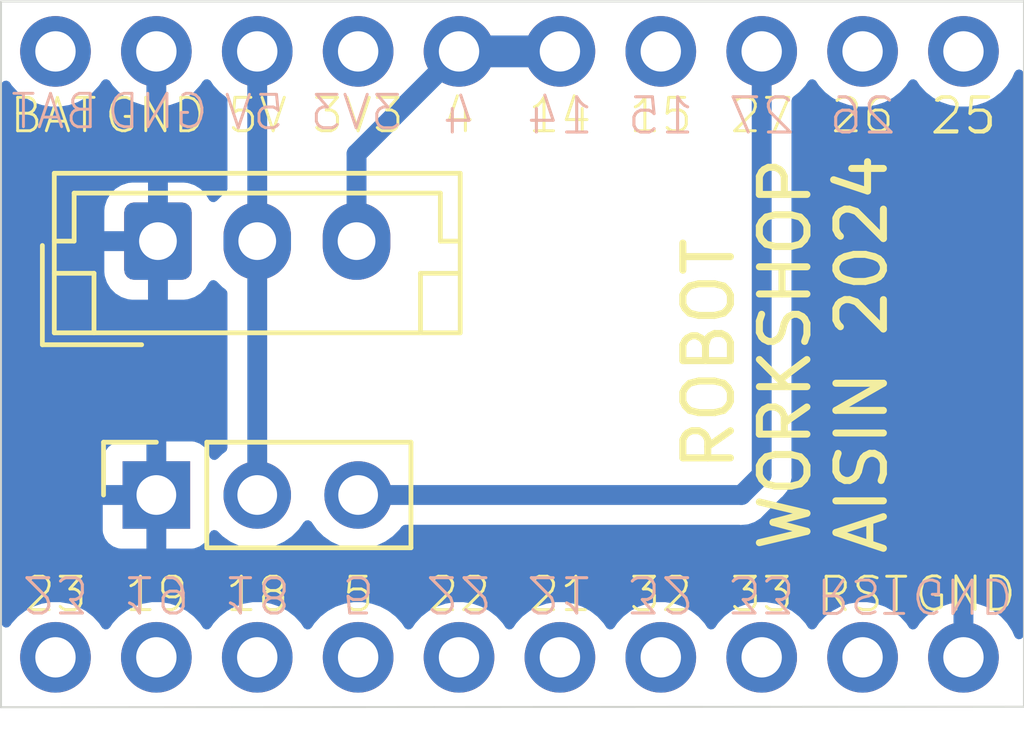
<source format=kicad_pcb>
(kicad_pcb (version 20221018) (generator pcbnew)
  (layers (0 "F.Cu" signal) (31 "B.Cu" signal) (34 "B.Paste" user) (35 "F.Paste" user) (36 "B.SilkS" user "B.Silkscreen") (37 "F.SilkS" user "F.Silkscreen") (38 "B.Mask" user) (39 "F.Mask" user) (44 "Edge.Cuts" user))
  (net 0 "")
  (net 1 "/GND")
  (net 2 "/GPIO14")
  (net 3 "/GPIO27")
  (net 4 "/USB")
  (net 5 "/3.3V")
  (net 6 "/GPIO15")
  (net 7 "/GPIO26")
  (net 8 "/GPIO25")
  (net 9 "/GPIO23")
  (net 10 "/GPIO19")
  (net 11 "/GPIO18")
  (net 12 "/GPIO5")
  (net 13 "/GPIO22")
  (net 14 "/GPIO21")
  (net 15 "/GPIO32")
  (net 16 "/GPIO33")
  (net 17 "/RESET")
  (footprint "Connector_PinSocket_2.54mm:PinSocket_1x03_P2.54mm_Vertical" (layer "F.Cu") (at 93.98 79.756 90)
    (fp_text reference "J2" hide)
    (fp_text value "Conn_01x03_Pin")
    (fp_line (start -1.33 1.27) (end -1.33 6.41) (stroke (width 0.12)) (layer "F.SilkS"))
    (fp_line (start -1.33 1.27) (end 1.33 1.27) (stroke (width 0.12)) (layer "F.SilkS"))
    (fp_line (start -1.33 6.41) (end 1.33 6.41) (stroke (width 0.12)) (layer "F.SilkS"))
    (fp_line (start 0 -1.33) (end 1.33 -1.33) (stroke (width 0.12)) (layer "F.SilkS"))
    (fp_line (start 1.33 -1.33) (end 1.33 0) (stroke (width 0.12)) (layer "F.SilkS"))
    (fp_line (start 1.33 1.27) (end 1.33 6.41) (stroke (width 0.12)) (layer "F.SilkS"))
    (pad "1" thru_hole rect (at 0 0 90) (size 1.7 1.7) (drill 1) (layers "*.Cu" "*.Mask") (net 1 "/GND"))
    (pad "2" thru_hole oval (at 0 2.54 90) (size 1.7 1.7) (drill 1) (layers "*.Cu" "*.Mask") (net 4 "/USB"))
    (pad "3" thru_hole oval (at 0 5.08 90) (size 1.7 1.7) (drill 1) (layers "*.Cu" "*.Mask") (net 3 "/GPIO27"))
  )
  (footprint "1X10_NO_SILK" (layer "F.Cu") (at 91.44 83.8454)
    (fp_text reference "RIGHT0" hide)
    (fp_text value "TINYPICO_HEADER_10NO_SILK_PTH_FEMALE")
    (pad "1" thru_hole circle (at 0 0 90) (size 1.778 1.778) (drill 1.016) (layers "*.Cu" "*.Mask") (net 9 "/GPIO23"))
    (pad "2" thru_hole circle (at 2.54 0 90) (size 1.778 1.778) (drill 1.016) (layers "*.Cu" "*.Mask") (net 10 "/GPIO19"))
    (pad "3" thru_hole circle (at 5.08 0 90) (size 1.778 1.778) (drill 1.016) (layers "*.Cu" "*.Mask") (net 11 "/GPIO18"))
    (pad "4" thru_hole circle (at 7.62 0 90) (size 1.778 1.778) (drill 1.016) (layers "*.Cu" "*.Mask") (net 12 "/GPIO5"))
    (pad "5" thru_hole circle (at 10.16 0 90) (size 1.778 1.778) (drill 1.016) (layers "*.Cu" "*.Mask") (net 13 "/GPIO22"))
    (pad "6" thru_hole circle (at 12.7 0 90) (size 1.778 1.778) (drill 1.016) (layers "*.Cu" "*.Mask") (net 14 "/GPIO21"))
    (pad "7" thru_hole circle (at 15.24 0 90) (size 1.778 1.778) (drill 1.016) (layers "*.Cu" "*.Mask") (net 15 "/GPIO32"))
    (pad "8" thru_hole circle (at 17.78 0 90) (size 1.778 1.778) (drill 1.016) (layers "*.Cu" "*.Mask") (net 16 "/GPIO33"))
    (pad "9" thru_hole circle (at 20.32 0 90) (size 1.778 1.778) (drill 1.016) (layers "*.Cu" "*.Mask") (net 17 "/RESET"))
    (pad "10" thru_hole circle (at 22.86 0 90) (size 1.778 1.778) (drill 1.016) (layers "*.Cu" "*.Mask") (net 1 "/GND"))
  )
  (footprint "1X10_NO_SILK" (layer "F.Cu") (at 91.44 68.58)
    (fp_text reference "LEFT0" hide)
    (fp_text value "TINYPICO_HEADER_10NO_SILK_PTH_FEMALE")
    (pad "1" thru_hole circle (at 0 0 90) (size 1.778 1.778) (drill 1.016) (layers "*.Cu" "*.Mask"))
    (pad "2" thru_hole circle (at 2.54 0 90) (size 1.778 1.778) (drill 1.016) (layers "*.Cu" "*.Mask") (net 1 "/GND"))
    (pad "3" thru_hole circle (at 5.08 0 90) (size 1.778 1.778) (drill 1.016) (layers "*.Cu" "*.Mask") (net 4 "/USB"))
    (pad "4" thru_hole circle (at 7.62 0 90) (size 1.778 1.778) (drill 1.016) (layers "*.Cu" "*.Mask") (net 5 "/3.3V"))
    (pad "5" thru_hole circle (at 10.16 0 90) (size 1.778 1.778) (drill 1.016) (layers "*.Cu" "*.Mask") (net 2 "/GPIO14"))
    (pad "6" thru_hole circle (at 12.7 0 90) (size 1.778 1.778) (drill 1.016) (layers "*.Cu" "*.Mask") (net 2 "/GPIO14"))
    (pad "7" thru_hole circle (at 15.24 0 90) (size 1.778 1.778) (drill 1.016) (layers "*.Cu" "*.Mask") (net 6 "/GPIO15"))
    (pad "8" thru_hole circle (at 17.78 0 90) (size 1.778 1.778) (drill 1.016) (layers "*.Cu" "*.Mask") (net 3 "/GPIO27"))
    (pad "9" thru_hole circle (at 20.32 0 90) (size 1.778 1.778) (drill 1.016) (layers "*.Cu" "*.Mask") (net 7 "/GPIO26"))
    (pad "10" thru_hole circle (at 22.86 0 90) (size 1.778 1.778) (drill 1.016) (layers "*.Cu" "*.Mask") (net 8 "/GPIO25"))
  )
  (footprint "Connector_JST:JST_EH_B3B-EH-A_1x03_P2.50mm_Vertical" (layer "F.Cu") (at 94.02 73.36)
    (fp_text reference "J1" hide)
    (fp_text value "B3B-EH-ALFSN")
    (fp_line (start -2.91 0.11) (end -2.91 2.61) (stroke (width 0.12)) (layer "F.SilkS"))
    (fp_line (start -2.91 2.61) (end -0.41 2.61) (stroke (width 0.12)) (layer "F.SilkS"))
    (fp_line (start -2.61 -1.71) (end -2.61 2.31) (stroke (width 0.12)) (layer "F.SilkS"))
    (fp_line (start -2.61 0) (end -2.11 0) (stroke (width 0.12)) (layer "F.SilkS"))
    (fp_line (start -2.61 0.81) (end -1.61 0.81) (stroke (width 0.12)) (layer "F.SilkS"))
    (fp_line (start -2.61 2.31) (end 7.61 2.31) (stroke (width 0.12)) (layer "F.SilkS"))
    (fp_line (start -2.11 -1.21) (end 7.11 -1.21) (stroke (width 0.12)) (layer "F.SilkS"))
    (fp_line (start -2.11 0) (end -2.11 -1.21) (stroke (width 0.12)) (layer "F.SilkS"))
    (fp_line (start -1.61 0.81) (end -1.61 2.31) (stroke (width 0.12)) (layer "F.SilkS"))
    (fp_line (start 6.61 0.81) (end 6.61 2.31) (stroke (width 0.12)) (layer "F.SilkS"))
    (fp_line (start 7.11 -1.21) (end 7.11 0) (stroke (width 0.12)) (layer "F.SilkS"))
    (fp_line (start 7.11 0) (end 7.61 0) (stroke (width 0.12)) (layer "F.SilkS"))
    (fp_line (start 7.61 -1.71) (end -2.61 -1.71) (stroke (width 0.12)) (layer "F.SilkS"))
    (fp_line (start 7.61 0.81) (end 6.61 0.81) (stroke (width 0.12)) (layer "F.SilkS"))
    (fp_line (start 7.61 2.31) (end 7.61 -1.71) (stroke (width 0.12)) (layer "F.SilkS"))
    (pad "1" thru_hole roundrect (at 0 0) (size 1.7 1.95) (drill 0.95) (layers "*.Cu" "*.Mask") (roundrect_rratio 0.1470588235) (net 1 "/GND"))
    (pad "2" thru_hole oval (at 2.5 0) (size 1.7 1.95) (drill 0.95) (layers "*.Cu" "*.Mask") (net 4 "/USB"))
    (pad "3" thru_hole oval (at 5 0) (size 1.7 1.95) (drill 0.95) (layers "*.Cu" "*.Mask") (net 2 "/GPIO14"))
  )
  (gr_line (start 90.0684 67.3227) (end 115.824 67.3227) (stroke (width 0.05)) (layer "Edge.Cuts"))
  (gr_line (start 115.824 67.31) (end 115.824 85.09) (stroke (width 0.05)) (layer "Edge.Cuts"))
  (gr_line (start 90.0684 67.3227) (end 90.0684 85.1027) (stroke (width 0.05)) (layer "Edge.Cuts"))
  (gr_line (start 115.824 85.09) (end 90.0684 85.1027) (stroke (width 0.05)) (layer "Edge.Cuts"))
  (gr_text "18" (at 96.52 82.7659 -180) (layer "B.SilkS") (effects (font (size 0.887984 0.887984) (thickness 0.077216)) (justify top mirror)))
  (gr_text "5" (at 99.06 82.7659 -180) (layer "B.SilkS") (effects (font (size 0.887984 0.887984) (thickness 0.077216)) (justify top mirror)))
  (gr_text "3V3" (at 99.0092 70.1167) (layer "B.SilkS") (effects (font (size 0.841248 0.841248) (thickness 0.073152)) (justify mirror)))
  (gr_text "4" (at 101.6 69.6849) (layer "B.SilkS") (effects (font (size 0.887984 0.887984) (thickness 0.077216)) (justify top mirror)))
  (gr_text "26" (at 111.76 69.6849) (layer "B.SilkS") (effects (font (size 0.887984 0.887984) (thickness 0.077216)) (justify top mirror)))
  (gr_text "14" (at 104.14 69.6849) (layer "B.SilkS") (effects (font (size 0.887984 0.887984) (thickness 0.077216)) (justify top mirror)))
  (gr_text "5V" (at 96.4438 70.1167) (layer "B.SilkS") (effects (font (size 0.841248 0.841248) (thickness 0.073152)) (justify mirror)))
  (gr_text "22" (at 101.6 82.7659 -180) (layer "B.SilkS") (effects (font (size 0.887984 0.887984) (thickness 0.077216)) (justify top mirror)))
  (gr_text "27" (at 109.22 69.6849) (layer "B.SilkS") (effects (font (size 0.887984 0.887984) (thickness 0.077216)) (justify top mirror)))
  (gr_text "21" (at 104.14 82.7659 -180) (layer "B.SilkS") (effects (font (size 0.887984 0.887984) (thickness 0.077216)) (justify top mirror)))
  (gr_text "RST" (at 111.7346 82.2833 -180) (layer "B.SilkS") (effects (font (size 0.841248 0.841248) (thickness 0.073152)) (justify mirror)))
  (gr_text "15" (at 106.68 69.6849) (layer "B.SilkS") (effects (font (size 0.887984 0.887984) (thickness 0.077216)) (justify top mirror)))
  (gr_text "BAT" (at 91.4146 70.0913) (layer "B.SilkS") (effects (font (size 0.841248 0.841248) (thickness 0.073152)) (justify mirror)))
  (gr_text "32" (at 106.68 82.7659 -180) (layer "B.SilkS") (effects (font (size 0.887984 0.887984) (thickness 0.077216)) (justify top mirror)))
  (gr_text "19" (at 93.98 82.7659 -180) (layer "B.SilkS") (effects (font (size 0.887984 0.887984) (thickness 0.077216)) (justify top mirror)))
  (gr_text "GND" (at 94.0054 70.0913) (layer "B.SilkS") (effects (font (size 0.841248 0.841248) (thickness 0.073152)) (justify mirror)))
  (gr_text "23" (at 91.44 82.7659 -180) (layer "B.SilkS") (effects (font (size 0.887984 0.887984) (thickness 0.077216)) (justify top mirror)))
  (gr_text "33" (at 109.22 82.7659 -180) (layer "B.SilkS") (effects (font (size 0.887984 0.887984) (thickness 0.077216)) (justify top mirror)))
  (gr_text "GND" (at 114.2746 82.2833 -180) (layer "B.SilkS") (effects (font (size 0.841248 0.841248) (thickness 0.073152)) (justify mirror)))
  (gr_text "5" (at 99.06 82.2579) (layer "F.SilkS") (effects (font (size 0.841248 0.841248) (thickness 0.073152))))
  (gr_text "33" (at 109.22 82.2579) (layer "F.SilkS") (effects (font (size 0.841248 0.841248) (thickness 0.073152))))
  (gr_text "BAT" (at 91.3892 70.1929) (layer "F.SilkS") (effects (font (size 0.841248 0.841248) (thickness 0.073152))))
  (gr_text "26" (at 111.76 70.1929) (layer "F.SilkS") (effects (font (size 0.841248 0.841248) (thickness 0.073152))))
  (gr_text "ROBOT\nWORKSHOP\nAISIN 2024" (at 107.188 76.2 90) (layer "F.SilkS") (effects (font (size 1.196416 1.196416) (thickness 0.176784)) (justify top)))
  (gr_text "4" (at 101.6 70.1929) (layer "F.SilkS") (effects (font (size 0.841248 0.841248) (thickness 0.073152))))
  (gr_text "18" (at 96.52 82.2579) (layer "F.SilkS") (effects (font (size 0.841248 0.841248) (thickness 0.073152))))
  (gr_text "5V" (at 96.52 70.1929) (layer "F.SilkS") (effects (font (size 0.841248 0.841248) (thickness 0.073152))))
  (gr_text "3V3" (at 99.06 70.1929) (layer "F.SilkS") (effects (font (size 0.841248 0.841248) (thickness 0.073152))))
  (gr_text "15" (at 106.68 70.1929) (layer "F.SilkS") (effects (font (size 0.841248 0.841248) (thickness 0.073152))))
  (gr_text "25" (at 114.3 70.1929) (layer "F.SilkS") (effects (font (size 0.841248 0.841248) (thickness 0.073152))))
  (gr_text "GND" (at 114.3508 82.248757) (layer "F.SilkS") (effects (font (size 0.841248 0.841248) (thickness 0.073152))))
  (gr_text "32" (at 106.68 82.2579) (layer "F.SilkS") (effects (font (size 0.841248 0.841248) (thickness 0.073152))))
  (gr_text "14" (at 104.14 70.1929) (layer "F.SilkS") (effects (font (size 0.841248 0.841248) (thickness 0.073152))))
  (gr_text "23" (at 91.44 82.2579) (layer "F.SilkS") (effects (font (size 0.841248 0.841248) (thickness 0.073152))))
  (gr_text "27" (at 109.22 70.1929) (layer "F.SilkS") (effects (font (size 0.841248 0.841248) (thickness 0.073152))))
  (gr_text "GND" (at 93.9546 70.1929) (layer "F.SilkS") (effects (font (size 0.841248 0.841248) (thickness 0.073152))))
  (gr_text "RST" (at 111.7854 82.2579) (layer "F.SilkS") (effects (font (size 0.841248 0.841248) (thickness 0.073152))))
  (gr_text locked "25" (at 114.3 69.6849) (layer "F.SilkS") (effects (font (size 0.887984 0.887984) (thickness 0.077216)) (justify top)))
  (gr_text "19" (at 93.98 82.2579) (layer "F.SilkS") (effects (font (size 0.841248 0.841248) (thickness 0.073152))))
  (gr_text "21" (at 104.14 82.2579) (layer "F.SilkS") (effects (font (size 0.841248 0.841248) (thickness 0.073152))))
  (gr_text "22" (at 101.6 82.2579) (layer "F.SilkS") (effects (font (size 0.841248 0.841248) (thickness 0.073152))))
  (segment (start 101.6 68.58) (end 104.14 68.58) (width 0.8) (layer "B.Cu") (net 2))
  (segment (start 99.02 71.16) (end 99.02 73.36) (width 0.5) (layer "B.Cu") (net 2))
  (segment (start 101.6 68.58) (end 99.02 71.16) (width 0.5) (layer "B.Cu") (net 2))
  (segment (start 108.712 79.756) (end 99.06 79.756) (width 0.5) (layer "B.Cu") (net 3))
  (segment (start 109.22 68.58) (end 109.22 79.248) (width 0.5) (layer "B.Cu") (net 3))
  (segment (start 109.22 79.248) (end 108.712 79.756) (width 0.5) (layer "B.Cu") (net 3))
  (segment (start 96.52 68.58) (end 96.52 73.36) (width 0.5) (layer "B.Cu") (net 4))
  (segment (start 96.52 73.36) (end 96.52 79.756) (width 0.5) (layer "B.Cu") (net 4))
  (zone (net 1) (net_name "/GND") (layer "B.Cu") (connect_pads (clearance 0.5)) (min_thickness 0.25) (fill yes (thermal_gap 0.5) (thermal_bridge_width 0.5))
    (polygon (pts (xy 115.824 85.092794) (xy 115.824 67.564) (xy 90.06715 67.350799) (xy 90.078858 85.089872) (xy 115.818761 85.088742)))
  )
)
</source>
